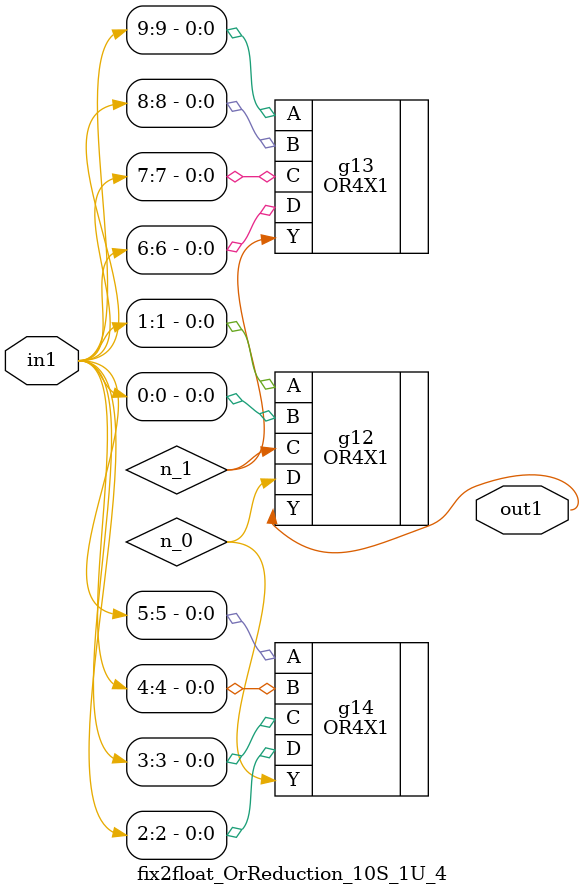
<source format=v>
`timescale 1ps / 1ps


module fix2float_OrReduction_10S_1U_4(in1, out1);
  input [9:0] in1;
  output out1;
  wire [9:0] in1;
  wire out1;
  wire n_0, n_1;
  OR4X1 g12(.A (in1[1]), .B (in1[0]), .C (n_1), .D (n_0), .Y (out1));
  OR4X1 g13(.A (in1[9]), .B (in1[8]), .C (in1[7]), .D (in1[6]), .Y
       (n_1));
  OR4X1 g14(.A (in1[5]), .B (in1[4]), .C (in1[3]), .D (in1[2]), .Y
       (n_0));
endmodule



</source>
